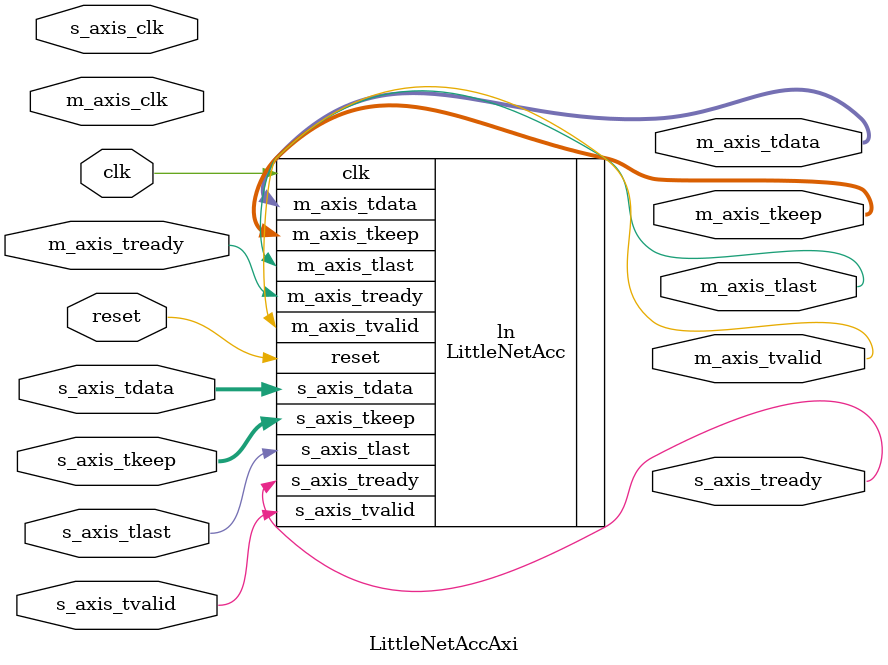
<source format=sv>
`timescale 1ns / 1ps


module LittleNetAccAxi
		(
		input clk,
		input reset,
		
		// axi input
		input s_axis_clk,
		input [31:0] s_axis_tdata,
		input [3:0] s_axis_tkeep,
		input s_axis_tlast,
		input s_axis_tvalid,
		output s_axis_tready,
		
		// axi output
		input m_axis_clk,
		output [31:0] m_axis_tdata,
		output [3:0] m_axis_tkeep,
		output m_axis_tlast,
		output m_axis_tvalid,
		input m_axis_tready
		);
	
	
	 LittleNetAcc ln
	 			(
	 			.clk(clk),
	 			.reset(reset),
				
				.s_axis_tdata(s_axis_tdata),
				.s_axis_tkeep(s_axis_tkeep),
				.s_axis_tlast(s_axis_tlast),
				.s_axis_tvalid(s_axis_tvalid),
				.s_axis_tready(s_axis_tready),
				
				.m_axis_tdata(m_axis_tdata),
				.m_axis_tkeep(m_axis_tkeep),
				.m_axis_tlast(m_axis_tlast),
				.m_axis_tvalid(m_axis_tvalid),
				.m_axis_tready(m_axis_tready)
	 			);
	
endmodule // LittleNetAccWrapped


</source>
